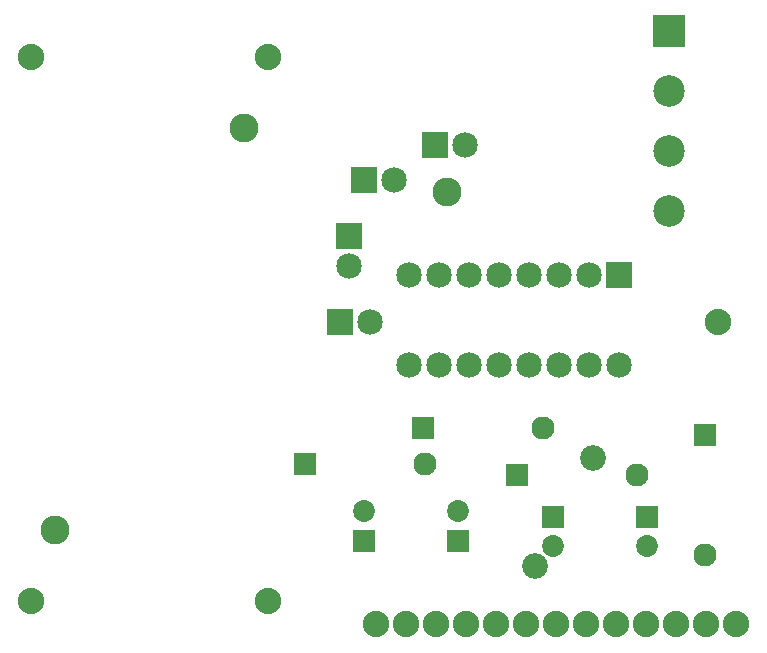
<source format=gts>
G04 MADE WITH FRITZING*
G04 WWW.FRITZING.ORG*
G04 DOUBLE SIDED*
G04 HOLES PLATED*
G04 CONTOUR ON CENTER OF CONTOUR VECTOR*
%ASAXBY*%
%FSLAX23Y23*%
%MOIN*%
%OFA0B0*%
%SFA1.0B1.0*%
%ADD10C,0.085000*%
%ADD11C,0.088000*%
%ADD12C,0.072992*%
%ADD13C,0.077000*%
%ADD14C,0.105118*%
%ADD15C,0.096614*%
%ADD16C,0.085433*%
%ADD17R,0.085000X0.085000*%
%ADD18R,0.072992X0.072992*%
%ADD19R,0.077000X0.077000*%
%ADD20R,0.105118X0.105118*%
%LNMASK1*%
G90*
G70*
G54D10*
X2068Y1228D03*
X2068Y928D03*
X1968Y1228D03*
X1968Y928D03*
X1868Y1228D03*
X1868Y928D03*
X1768Y1228D03*
X1768Y928D03*
X1668Y1228D03*
X1668Y928D03*
X1568Y1228D03*
X1568Y928D03*
X1468Y1228D03*
X1468Y928D03*
X1368Y1228D03*
X1368Y928D03*
G54D11*
X1256Y63D03*
X1356Y63D03*
X1456Y63D03*
X1556Y63D03*
X1656Y63D03*
X1756Y63D03*
X1856Y63D03*
X1956Y63D03*
X2056Y63D03*
X2156Y63D03*
X2256Y63D03*
X2356Y63D03*
X2456Y63D03*
G54D12*
X1216Y342D03*
X1216Y441D03*
X1531Y342D03*
X1531Y441D03*
X2161Y421D03*
X2161Y323D03*
X1846Y421D03*
X1846Y323D03*
G54D13*
X1020Y598D03*
X1420Y598D03*
X1413Y716D03*
X1813Y716D03*
X2352Y693D03*
X2352Y293D03*
X1728Y559D03*
X2128Y559D03*
G54D14*
X2234Y2041D03*
X2234Y1841D03*
X2234Y1641D03*
X2234Y1441D03*
G54D10*
X1453Y1661D03*
X1553Y1661D03*
X1216Y1543D03*
X1316Y1543D03*
X1138Y1071D03*
X1238Y1071D03*
X1166Y1357D03*
X1166Y1257D03*
G54D11*
X896Y1953D03*
X2397Y1071D03*
X896Y142D03*
X108Y142D03*
X108Y1953D03*
G54D15*
X187Y378D03*
X817Y1717D03*
X1492Y1504D03*
G54D16*
X1788Y257D03*
X1980Y617D03*
G54D17*
X2068Y1228D03*
G54D18*
X1216Y342D03*
X1531Y342D03*
X2161Y421D03*
X1846Y421D03*
G54D19*
X1020Y598D03*
X1413Y716D03*
X2352Y693D03*
X1728Y559D03*
G54D20*
X2234Y2041D03*
G54D17*
X1453Y1661D03*
X1216Y1543D03*
X1138Y1071D03*
X1166Y1357D03*
G04 End of Mask1*
M02*
</source>
